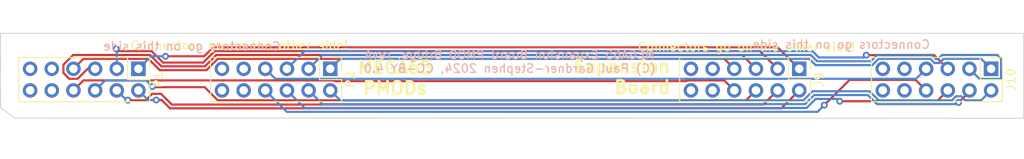
<source format=kicad_pcb>
(kicad_pcb (version 20211014) (generator pcbnew)
  (layers (0 "F.Cu" signal) (1 "In1.Cu" signal) (2 "In2.Cu" signal) (31 "B.Cu" signal) (34 "B.Paste" user) (35 "F.Paste" user) (36 "B.SilkS" user "B.Silkscreen") (37 "F.SilkS" user "F.Silkscreen") (38 "B.Mask" user) (39 "F.Mask" user) (44 "Edge.Cuts" user))
  (net 0 "")
  (net 1 "GND")
  (net 2 "+3V3")
  (net 3 "Net-(P1-Pad10)")
  (net 4 "Net-(P1-Pad4)")
  (net 5 "Net-(P1-Pad9)")
  (net 6 "Net-(P1-Pad3)")
  (net 7 "Net-(P1-Pad8)")
  (net 8 "Net-(P1-Pad2)")
  (net 9 "Net-(P1-Pad7)")
  (net 10 "Net-(P1-Pad1)")
  (net 11 "Net-(P2-Pad10)")
  (net 12 "Net-(P2-Pad4)")
  (net 13 "Net-(P2-Pad9)")
  (net 14 "Net-(P2-Pad3)")
  (net 15 "Net-(P2-Pad8)")
  (net 16 "Net-(P2-Pad2)")
  (net 17 "Net-(P2-Pad7)")
  (net 18 "Net-(P2-Pad1)")
  (footprint "Connector_PinHeader_2.54mm:PinHeader_2x06_P2.54mm_Vertical" (layer "F.Cu") (at 136.18 27.175 -90)
    (fp_text reference "J10" (at 1.27 -2.33 90) (layer "F.SilkS"))
    (fp_text value "Conn_02x06_Top_Bottom")
    (fp_line (start -1.33 0) (end -1.33 -1.33) (layer "F.SilkS") (width 0.12))
    (fp_line (start -1.33 14.03) (end 3.87 14.03) (layer "F.SilkS") (width 0.12))
    (fp_line (start -1.33 -1.33) (end 0 -1.33) (layer "F.SilkS") (width 0.12))
    (fp_line (start -1.33 1.27) (end 1.27 1.27) (layer "F.SilkS") (width 0.12))
    (fp_line (start 3.87 -1.33) (end 3.87 14.03) (layer "F.SilkS") (width 0.12))
    (fp_line (start -1.33 1.27) (end -1.33 14.03) (layer "F.SilkS") (width 0.12))
    (fp_line (start 1.27 -1.33) (end 3.87 -1.33) (layer "F.SilkS") (width 0.12))
    (fp_line (start 1.27 1.27) (end 1.27 -1.33) (layer "F.SilkS") (width 0.12))
    (pad "1" thru_hole rect (at 0 0 270) (size 1.7 1.7) (drill 1) (layers *.Cu *.Mask) (net 18 "Net-(P2-Pad1)"))
    (pad "2" thru_hole oval (at 0 2.54 270) (size 1.7 1.7) (drill 1) (layers *.Cu *.Mask) (net 16 "Net-(P2-Pad2)"))
    (pad "3" thru_hole oval (at 0 5.08 270) (size 1.7 1.7) (drill 1) (layers *.Cu *.Mask) (net 14 "Net-(P2-Pad3)"))
    (pad "4" thru_hole oval (at 0 7.62 270) (size 1.7 1.7) (drill 1) (layers *.Cu *.Mask) (net 12 "Net-(P2-Pad4)"))
    (pad "5" thru_hole oval (at 0 10.16 270) (size 1.7 1.7) (drill 1) (layers *.Cu *.Mask) (net 1 "GND"))
    (pad "6" thru_hole oval (at 0 12.7 270) (size 1.7 1.7) (drill 1) (layers *.Cu *.Mask) (net 2 "+3V3"))
    (pad "7" thru_hole oval (at 2.54 0 270) (size 1.7 1.7) (drill 1) (layers *.Cu *.Mask) (net 17 "Net-(P2-Pad7)"))
    (pad "8" thru_hole oval (at 2.54 2.54 270) (size 1.7 1.7) (drill 1) (layers *.Cu *.Mask) (net 15 "Net-(P2-Pad8)"))
    (pad "9" thru_hole oval (at 2.54 5.08 270) (size 1.7 1.7) (drill 1) (layers *.Cu *.Mask) (net 13 "Net-(P2-Pad9)"))
    (pad "10" thru_hole oval (at 2.54 7.62 270) (size 1.7 1.7) (drill 1) (layers *.Cu *.Mask) (net 11 "Net-(P2-Pad10)"))
    (pad "11" thru_hole oval (at 2.54 10.16 270) (size 1.7 1.7) (drill 1) (layers *.Cu *.Mask) (net 1 "GND"))
    (pad "12" thru_hole oval (at 2.54 12.7 270) (size 1.7 1.7) (drill 1) (layers *.Cu *.Mask) (net 2 "+3V3"))
  )
  (footprint "Connector_PinHeader_2.54mm:PinHeader_2x06_P2.54mm_Vertical" (layer "F.Cu") (at 58.68 27.175 -90)
    (fp_text reference "P2" (at 1.27 -2.33 -90) (layer "F.SilkS"))
    (fp_text value "Conn_02x06_Top_Bottom")
    (fp_line (start -1.33 0) (end -1.33 -1.33) (layer "F.SilkS") (width 0.12))
    (fp_line (start -1.33 14.03) (end 3.87 14.03) (layer "F.SilkS") (width 0.12))
    (fp_line (start 3.87 -1.33) (end 3.87 14.03) (layer "F.SilkS") (width 0.12))
    (fp_line (start -1.33 1.27) (end 1.27 1.27) (layer "F.SilkS") (width 0.12))
    (fp_line (start 1.27 -1.33) (end 3.87 -1.33) (layer "F.SilkS") (width 0.12))
    (fp_line (start -1.33 1.27) (end -1.33 14.03) (layer "F.SilkS") (width 0.12))
    (fp_line (start 1.27 1.27) (end 1.27 -1.33) (layer "F.SilkS") (width 0.12))
    (fp_line (start -1.33 -1.33) (end 0 -1.33) (layer "F.SilkS") (width 0.12))
    (pad "1" thru_hole rect (at 0 0 270) (size 1.7 1.7) (drill 1) (layers *.Cu *.Mask) (net 18 "Net-(P2-Pad1)"))
    (pad "2" thru_hole oval (at 0 2.54 270) (size 1.7 1.7) (drill 1) (layers *.Cu *.Mask) (net 16 "Net-(P2-Pad2)"))
    (pad "3" thru_hole oval (at 0 5.08 270) (size 1.7 1.7) (drill 1) (layers *.Cu *.Mask) (net 14 "Net-(P2-Pad3)"))
    (pad "4" thru_hole oval (at 0 7.62 270) (size 1.7 1.7) (drill 1) (layers *.Cu *.Mask) (net 12 "Net-(P2-Pad4)"))
    (pad "5" thru_hole oval (at 0 10.16 270) (size 1.7 1.7) (drill 1) (layers *.Cu *.Mask) (net 1 "GND"))
    (pad "6" thru_hole oval (at 0 12.7 270) (size 1.7 1.7) (drill 1) (layers *.Cu *.Mask) (net 2 "+3V3"))
    (pad "7" thru_hole oval (at 2.54 0 270) (size 1.7 1.7) (drill 1) (layers *.Cu *.Mask) (net 17 "Net-(P2-Pad7)"))
    (pad "8" thru_hole oval (at 2.54 2.54 270) (size 1.7 1.7) (drill 1) (layers *.Cu *.Mask) (net 15 "Net-(P2-Pad8)"))
    (pad "9" thru_hole oval (at 2.54 5.08 270) (size 1.7 1.7) (drill 1) (layers *.Cu *.Mask) (net 13 "Net-(P2-Pad9)"))
    (pad "10" thru_hole oval (at 2.54 7.62 270) (size 1.7 1.7) (drill 1) (layers *.Cu *.Mask) (net 11 "Net-(P2-Pad10)"))
    (pad "11" thru_hole oval (at 2.54 10.16 270) (size 1.7 1.7) (drill 1) (layers *.Cu *.Mask) (net 1 "GND"))
    (pad "12" thru_hole oval (at 2.54 12.7 270) (size 1.7 1.7) (drill 1) (layers *.Cu *.Mask) (net 2 "+3V3"))
  )
  (footprint "Connector_PinHeader_2.54mm:PinHeader_2x06_P2.54mm_Vertical" (layer "F.Cu") (at 36.18 27.175 -90)
    (fp_text reference "P1" (at 1.27 -2.33 -90) (layer "F.SilkS"))
    (fp_text value "Conn_02x06_Top_Bottom")
    (fp_line (start -1.33 -1.33) (end 0 -1.33) (layer "F.SilkS") (width 0.12))
    (fp_line (start -1.33 1.27) (end -1.33 14.03) (layer "F.SilkS") (width 0.12))
    (fp_line (start -1.33 14.03) (end 3.87 14.03) (layer "F.SilkS") (width 0.12))
    (fp_line (start 1.27 1.27) (end 1.27 -1.33) (layer "F.SilkS") (width 0.12))
    (fp_line (start 3.87 -1.33) (end 3.87 14.03) (layer "F.SilkS") (width 0.12))
    (fp_line (start 1.27 -1.33) (end 3.87 -1.33) (layer "F.SilkS") (width 0.12))
    (fp_line (start -1.33 1.27) (end 1.27 1.27) (layer "F.SilkS") (width 0.12))
    (fp_line (start -1.33 0) (end -1.33 -1.33) (layer "F.SilkS") (width 0.12))
    (pad "1" thru_hole rect (at 0 0 270) (size 1.7 1.7) (drill 1) (layers *.Cu *.Mask) (net 10 "Net-(P1-Pad1)"))
    (pad "2" thru_hole oval (at 0 2.54 270) (size 1.7 1.7) (drill 1) (layers *.Cu *.Mask) (net 8 "Net-(P1-Pad2)"))
    (pad "3" thru_hole oval (at 0 5.08 270) (size 1.7 1.7) (drill 1) (layers *.Cu *.Mask) (net 6 "Net-(P1-Pad3)"))
    (pad "4" thru_hole oval (at 0 7.62 270) (size 1.7 1.7) (drill 1) (layers *.Cu *.Mask) (net 4 "Net-(P1-Pad4)"))
    (pad "5" thru_hole oval (at 0 10.16 270) (size 1.7 1.7) (drill 1) (layers *.Cu *.Mask) (net 1 "GND"))
    (pad "6" thru_hole oval (at 0 12.7 270) (size 1.7 1.7) (drill 1) (layers *.Cu *.Mask) (net 2 "+3V3"))
    (pad "7" thru_hole oval (at 2.54 0 270) (size 1.7 1.7) (drill 1) (layers *.Cu *.Mask) (net 9 "Net-(P1-Pad7)"))
    (pad "8" thru_hole oval (at 2.54 2.54 270) (size 1.7 1.7) (drill 1) (layers *.Cu *.Mask) (net 7 "Net-(P1-Pad8)"))
    (pad "9" thru_hole oval (at 2.54 5.08 270) (size 1.7 1.7) (drill 1) (layers *.Cu *.Mask) (net 5 "Net-(P1-Pad9)"))
    (pad "10" thru_hole oval (at 2.54 7.62 270) (size 1.7 1.7) (drill 1) (layers *.Cu *.Mask) (net 3 "Net-(P1-Pad10)"))
    (pad "11" thru_hole oval (at 2.54 10.16 270) (size 1.7 1.7) (drill 1) (layers *.Cu *.Mask) (net 1 "GND"))
    (pad "12" thru_hole oval (at 2.54 12.7 270) (size 1.7 1.7) (drill 1) (layers *.Cu *.Mask) (net 2 "+3V3"))
  )
  (footprint "Connector_PinHeader_2.54mm:PinHeader_2x06_P2.54mm_Vertical" (layer "F.Cu") (at 113.68 27.175 -90)
    (fp_text reference "J9" (at 1.27 -2.33 -90) (layer "F.SilkS"))
    (fp_text value "Conn_02x06_Top_Bottom")
    (fp_line (start -1.33 1.27) (end 1.27 1.27) (layer "F.SilkS") (width 0.12))
    (fp_line (start 1.27 1.27) (end 1.27 -1.33) (layer "F.SilkS") (width 0.12))
    (fp_line (start -1.33 14.03) (end 3.87 14.03) (layer "F.SilkS") (width 0.12))
    (fp_line (start -1.33 0) (end -1.33 -1.33) (layer "F.SilkS") (width 0.12))
    (fp_line (start -1.33 1.27) (end -1.33 14.03) (layer "F.SilkS") (width 0.12))
    (fp_line (start 3.87 -1.33) (end 3.87 14.03) (layer "F.SilkS") (width 0.12))
    (fp_line (start 1.27 -1.33) (end 3.87 -1.33) (layer "F.SilkS") (width 0.12))
    (fp_line (start -1.33 -1.33) (end 0 -1.33) (layer "F.SilkS") (width 0.12))
    (pad "1" thru_hole rect (at 0 0 270) (size 1.7 1.7) (drill 1) (layers *.Cu *.Mask) (net 10 "Net-(P1-Pad1)"))
    (pad "2" thru_hole oval (at 0 2.54 270) (size 1.7 1.7) (drill 1) (layers *.Cu *.Mask) (net 8 "Net-(P1-Pad2)"))
    (pad "3" thru_hole oval (at 0 5.08 270) (size 1.7 1.7) (drill 1) (layers *.Cu *.Mask) (net 6 "Net-(P1-Pad3)"))
    (pad "4" thru_hole oval (at 0 7.62 270) (size 1.7 1.7) (drill 1) (layers *.Cu *.Mask) (net 4 "Net-(P1-Pad4)"))
    (pad "5" thru_hole oval (at 0 10.16 270) (size 1.7 1.7) (drill 1) (layers *.Cu *.Mask) (net 1 "GND"))
    (pad "6" thru_hole oval (at 0 12.7 270) (size 1.7 1.7) (drill 1) (layers *.Cu *.Mask) (net 2 "+3V3"))
    (pad "7" thru_hole oval (at 2.54 0 270) (size 1.7 1.7) (drill 1) (layers *.Cu *.Mask) (net 9 "Net-(P1-Pad7)"))
    (pad "8" thru_hole oval (at 2.54 2.54 270) (size 1.7 1.7) (drill 1) (layers *.Cu *.Mask) (net 7 "Net-(P1-Pad8)"))
    (pad "9" thru_hole oval (at 2.54 5.08 270) (size 1.7 1.7) (drill 1) (layers *.Cu *.Mask) (net 5 "Net-(P1-Pad9)"))
    (pad "10" thru_hole oval (at 2.54 7.62 270) (size 1.7 1.7) (drill 1) (layers *.Cu *.Mask) (net 3 "Net-(P1-Pad10)"))
    (pad "11" thru_hole oval (at 2.54 10.16 270) (size 1.7 1.7) (drill 1) (layers *.Cu *.Mask) (net 1 "GND"))
    (pad "12" thru_hole oval (at 2.54 12.7 270) (size 1.7 1.7) (drill 1) (layers *.Cu *.Mask) (net 2 "+3V3"))
  )
  (gr_line (start 20 23) (end 140 23) (layer "Edge.Cuts") (width 0.1))
  (gr_line (start 19.99722 31.728905) (end 20 23) (layer "Edge.Cuts") (width 0.1))
  (gr_line (start 19.99722 31.728905) (end 21.660053 32.968983) (layer "Edge.Cuts") (width 0.1))
  (gr_line (start 140 23) (end 140 33) (layer "Edge.Cuts") (width 0.1))
  (gr_line (start 140 33) (end 21.660053 32.968983) (layer "Edge.Cuts") (width 0.1))
  (gr_text "Connectors go on this side" (at 42.46 24.51) (layer "B.SilkS") (effects (font (size 1 1)) (justify mirror)))
  (gr_text "MEGA65 Expansion Board PMOD Bridge, revA\n(C) Paul Gardner-Stephen 2024, CC-BY 4.0" (at 79.72 26.33) (layer "B.SilkS") (effects (font (size 1 1)) (justify mirror)))
  (gr_text "Connectors go on this side" (at 118.6 24.31) (layer "B.SilkS") (effects (font (size 1 1)) (justify mirror)))
  (gr_text "MEGA65\nPMODs" (at 66.29 28.25) (layer "F.SilkS") (effects (font (size 1.5 1.5) (thickness 0.3))))
  (gr_text "Connectors go on the other side!" (at 107.49 24.61) (layer "F.SilkS") (effects (font (size 1 1))))
  (gr_text "Connectors go on the other side!" (at 48.01 24.41) (layer "F.SilkS") (effects (font (size 1 1))))
  (gr_text "Expansion\nBoard" (at 98.71 28.14) (layer "F.SilkS") (effects (font (size 1.5 1.5) (thickness 0.3)) (justify right)))
  (segment (start 100.40399 28.63) (end 59.25601 28.63) (width 0.25) (layer "F.Cu") (net 3))
  (segment (start 59.166499 28.540489) (end 29.734511 28.540489) (width 0.25) (layer "F.Cu") (net 3))
  (segment (start 106.06 29.715) (end 104.885489 28.540489) (width 0.25) (layer "F.Cu") (net 3))
  (segment (start 59.25601 28.63) (end 59.166499 28.540489) (width 0.25) (layer "F.Cu") (net 3))
  (segment (start 100.493501 28.540489) (end 100.40399 28.63) (width 0.25) (layer "F.Cu") (net 3))
  (segment (start 29.734511 28.540489) (end 28.56 29.715) (width 0.25) (layer "F.Cu") (net 3))
  (segment (start 104.885489 28.540489) (end 100.493501 28.540489) (width 0.25) (layer "F.Cu") (net 3))
  (segment (start 44.15399 27.34) (end 45.493501 26.000489) (width 0.25) (layer "F.Cu") (net 4))
  (segment (start 45.493501 26.000489) (end 104.885489 26.000489) (width 0.25) (layer "F.Cu") (net 4))
  (segment (start 29.734511 26.000489) (end 37.354511 26.000489) (width 0.25) (layer "F.Cu") (net 4))
  (segment (start 104.885489 26.000489) (end 106.06 27.175) (width 0.25) (layer "F.Cu") (net 4))
  (segment (start 28.56 27.175) (end 29.734511 26.000489) (width 0.25) (layer "F.Cu") (net 4))
  (segment (start 37.354511 26.000489) (end 38.694022 27.34) (width 0.25) (layer "F.Cu") (net 4))
  (segment (start 38.694022 27.34) (end 44.15399 27.34) (width 0.25) (layer "F.Cu") (net 4))
  (segment (start 43.94399 29.34) (end 45.493501 30.889511) (width 0.25) (layer "F.Cu") (net 5))
  (segment (start 45.493501 30.889511) (end 107.425489 30.889511) (width 0.25) (layer "F.Cu") (net 5))
  (segment (start 37.885011 29.34) (end 43.94399 29.34) (width 0.25) (layer "F.Cu") (net 5))
  (segment (start 37.81 29.264989) (end 37.885011 29.34) (width 0.25) (layer "F.Cu") (net 5))
  (segment (start 107.425489 30.889511) (end 108.6 29.715) (width 0.25) (layer "F.Cu") (net 5))
  (via (at 37.81 29.264989) (size 0.8) (drill 0.4) (layers "F.Cu" "B.Cu") (net 5))
  (segment (start 37.0855 28.540489) (end 32.274511 28.540489) (width 0.25) (layer "B.Cu") (net 5))
  (segment (start 32.274511 28.540489) (end 31.1 29.715) (width 0.25) (layer "B.Cu") (net 5))
  (segment (start 37.81 29.264989) (end 37.0855 28.540489) (width 0.25) (layer "B.Cu") (net 5))
  (segment (start 28.073501 28.349511) (end 29.046499 28.349511) (width 0.25) (layer "F.Cu") (net 6))
  (segment (start 27.385489 26.688501) (end 27.385489 27.661499) (width 0.25) (layer "F.Cu") (net 6))
  (segment (start 30.22101 27.175) (end 31.1 27.175) (width 0.25) (layer "F.Cu") (net 6))
  (segment (start 37.540709 25.550969) (end 28.523021 25.550969) (width 0.25) (layer "F.Cu") (net 6))
  (segment (start 43.967792 26.89048) (end 38.88022 26.89048) (width 0.25) (layer "F.Cu") (net 6))
  (segment (start 38.88022 26.89048) (end 37.540709 25.550969) (width 0.25) (layer "F.Cu") (net 6))
  (segment (start 29.046499 28.349511) (end 30.22101 27.175) (width 0.25) (layer "F.Cu") (net 6))
  (segment (start 27.385489 27.661499) (end 28.073501 28.349511) (width 0.25) (layer "F.Cu") (net 6))
  (segment (start 45.307303 25.550969) (end 43.967792 26.89048) (width 0.25) (layer "F.Cu") (net 6))
  (segment (start 28.523021 25.550969) (end 27.385489 26.688501) (width 0.25) (layer "F.Cu") (net 6))
  (segment (start 108.6 27.175) (end 106.975969 25.550969) (width 0.25) (layer "F.Cu") (net 6))
  (segment (start 106.975969 25.550969) (end 45.307303 25.550969) (width 0.25) (layer "F.Cu") (net 6))
  (segment (start 40.08952 31.37952) (end 109.47548 31.37952) (width 0.25) (layer "F.Cu") (net 7))
  (segment (start 34.95 30.86) (end 35.312759 30.86) (width 0.25) (layer "F.Cu") (net 7))
  (segment (start 37.020489 30.889511) (end 37.78741 30.12259) (width 0.25) (layer "F.Cu") (net 7))
  (segment (start 35.312759 30.86) (end 35.34227 30.889511) (width 0.25) (layer "F.Cu") (net 7))
  (segment (start 38.83259 30.12259) (end 40.08952 31.37952) (width 0.25) (layer "F.Cu") (net 7))
  (segment (start 35.34227 30.889511) (end 37.020489 30.889511) (width 0.25) (layer "F.Cu") (net 7))
  (segment (start 37.78741 30.12259) (end 38.83259 30.12259) (width 0.25) (layer "F.Cu") (net 7))
  (segment (start 109.47548 31.37952) (end 111.14 29.715) (width 0.25) (layer "F.Cu") (net 7))
  (via (at 34.95 30.86) (size 0.8) (drill 0.4) (layers "F.Cu" "B.Cu") (net 7))
  (segment (start 34.785 30.86) (end 33.64 29.715) (width 0.25) (layer "B.Cu") (net 7))
  (segment (start 34.95 30.86) (end 34.785 30.86) (width 0.25) (layer "B.Cu") (net 7))
  (segment (start 45.121106 25.101449) (end 109.066449 25.101449) (width 0.25) (layer "F.Cu") (net 8))
  (segment (start 43.781594 26.44096) (end 45.121106 25.101449) (width 0.25) (layer "F.Cu") (net 8))
  (segment (start 109.066449 25.101449) (end 111.14 27.175) (width 0.25) (layer "F.Cu") (net 8))
  (segment (start 33.85498 25.101449) (end 37.726907 25.101449) (width 0.25) (layer "F.Cu") (net 8))
  (segment (start 37.726907 25.101449) (end 39.066418 26.44096) (width 0.25) (layer "F.Cu") (net 8))
  (segment (start 33.58 24.826469) (end 33.85498 25.101449) (width 0.25) (layer "F.Cu") (net 8))
  (segment (start 39.066418 26.44096) (end 43.781594 26.44096) (width 0.25) (layer "F.Cu") (net 8))
  (via (at 33.58 24.826469) (size 0.8) (drill 0.4) (layers "F.Cu" "B.Cu") (net 8))
  (segment (start 33.64 24.886469) (end 33.64 27.175) (width 0.25) (layer "B.Cu") (net 8))
  (segment (start 33.58 24.826469) (end 33.64 24.886469) (width 0.25) (layer "B.Cu") (net 8))
  (segment (start 38.277101 30.847101) (end 38.905455 30.847101) (width 0.25) (layer "F.Cu") (net 9))
  (segment (start 111.56596 31.82904) (end 113.68 29.715) (width 0.25) (layer "F.Cu") (net 9))
  (segment (start 39.887394 31.82904) (end 111.56596 31.82904) (width 0.25) (layer "F.Cu") (net 9))
  (segment (start 38.905455 30.847101) (end 39.887394 31.82904) (width 0.25) (layer "F.Cu") (net 9))
  (via (at 38.277101 30.847101) (size 0.8) (drill 0.4) (layers "F.Cu" "B.Cu") (net 9))
  (segment (start 38.277101 30.847101) (end 37.312101 30.847101) (width 0.25) (layer "B.Cu") (net 9))
  (segment (start 37.312101 30.847101) (end 36.18 29.715) (width 0.25) (layer "B.Cu") (net 9))
  (segment (start 43.881864 25.704972) (end 44.934908 24.651929) (width 0.25) (layer "F.Cu") (net 10))
  (segment (start 39.355028 25.704972) (end 43.881864 25.704972) (width 0.25) (layer "F.Cu") (net 10))
  (segment (start 44.934908 24.651929) (end 111.156929 24.651929) (width 0.25) (layer "F.Cu") (net 10))
  (segment (start 111.156929 24.651929) (end 113.68 27.175) (width 0.25) (layer "F.Cu") (net 10))
  (via (at 39.355028 25.704972) (size 0.8) (drill 0.4) (layers "F.Cu" "B.Cu") (net 10))
  (segment (start 37.650028 25.704972) (end 36.18 27.175) (width 0.25) (layer "B.Cu") (net 10))
  (segment (start 39.355028 25.704972) (end 37.650028 25.704972) (width 0.25) (layer "B.Cu") (net 10))
  (segment (start 127.325 28.48) (end 128.56 29.715) (width 0.25) (layer "F.Cu") (net 11))
  (segment (start 116.62 31.44354) (end 119.58354 28.48) (width 0.25) (layer "F.Cu") (net 11))
  (segment (start 119.58354 28.48) (end 127.325 28.48) (width 0.25) (layer "F.Cu") (net 11))
  (via (at 116.62 31.44354) (size 0.8) (drill 0.4) (layers "F.Cu" "B.Cu") (net 11))
  (segment (start 53.583071 32.238071) (end 51.06 29.715) (width 0.25) (layer "B.Cu") (net 11))
  (segment (start 116.62 31.44354) (end 115.825469 32.238071) (width 0.25) (layer "B.Cu") (net 11))
  (segment (start 115.825469 32.238071) (end 53.583071 32.238071) (width 0.25) (layer "B.Cu") (net 11))
  (segment (start 52.234511 28.349511) (end 51.06 27.175) (width 0.25) (layer "B.Cu") (net 12))
  (segment (start 128.56 27.175) (end 127.385489 28.349511) (width 0.25) (layer "B.Cu") (net 12))
  (segment (start 127.385489 28.349511) (end 52.234511 28.349511) (width 0.25) (layer "B.Cu") (net 12))
  (segment (start 129.82098 30.99402) (end 131.1 29.715) (width 0.25) (layer "F.Cu") (net 13))
  (segment (start 118.43 30.99402) (end 129.82098 30.99402) (width 0.25) (layer "F.Cu") (net 13))
  (via (at 118.43 30.99402) (size 0.8) (drill 0.4) (layers "F.Cu" "B.Cu") (net 13))
  (segment (start 55.673551 31.788551) (end 53.6 29.715) (width 0.25) (layer "B.Cu") (net 13))
  (segment (start 115.608405 30.71904) (end 114.538893 31.788551) (width 0.25) (layer "B.Cu") (net 13))
  (segment (start 118.43 30.99402) (end 118.15502 30.71904) (width 0.25) (layer "B.Cu") (net 13))
  (segment (start 118.15502 30.71904) (end 115.608405 30.71904) (width 0.25) (layer "B.Cu") (net 13))
  (segment (start 114.538893 31.788551) (end 55.673551 31.788551) (width 0.25) (layer "B.Cu") (net 13))
  (segment (start 121.54 25.56598) (end 129.49098 25.56598) (width 0.25) (layer "F.Cu") (net 14))
  (segment (start 129.49098 25.56598) (end 131.1 27.175) (width 0.25) (layer "F.Cu") (net 14))
  (via (at 121.54 25.56598) (size 0.8) (drill 0.4) (layers "F.Cu" "B.Cu") (net 14))
  (segment (start 121.26502 25.84096) (end 115.966418 25.84096) (width 0.25) (layer "B.Cu") (net 14))
  (segment (start 115.966418 25.84096) (end 115.226907 25.101449) (width 0.25) (layer "B.Cu") (net 14))
  (segment (start 115.226907 25.101449) (end 55.673551 25.101449) (width 0.25) (layer "B.Cu") (net 14))
  (segment (start 121.54 25.56598) (end 121.26502 25.84096) (width 0.25) (layer "B.Cu") (net 14))
  (segment (start 55.673551 25.101449) (end 53.6 27.175) (width 0.25) (layer "B.Cu") (net 14))
  (segment (start 133.64 29.864499) (end 133.64 29.715) (width 0.25) (layer "F.Cu") (net 15))
  (segment (start 132.369999 31.1345) (end 133.64 29.864499) (width 0.25) (layer "F.Cu") (net 15))
  (via (at 132.369999 31.1345) (size 0.8) (drill 0.4) (layers "F.Cu" "B.Cu") (net 15))
  (segment (start 115.422208 30.26952) (end 114.352696 31.339031) (width 0.25) (layer "B.Cu") (net 15))
  (segment (start 114.352696 31.339031) (end 57.764031 31.339031) (width 0.25) (layer "B.Cu") (net 15))
  (segment (start 132.369999 31.1345) (end 132.165468 31.339031) (width 0.25) (layer "B.Cu") (net 15))
  (segment (start 132.165468 31.339031) (end 122.807303 31.339031) (width 0.25) (layer "B.Cu") (net 15))
  (segment (start 122.807303 31.339031) (end 121.737792 30.26952) (width 0.25) (layer "B.Cu") (net 15))
  (segment (start 57.764031 31.339031) (end 56.14 29.715) (width 0.25) (layer "B.Cu") (net 15))
  (segment (start 121.737792 30.26952) (end 115.422208 30.26952) (width 0.25) (layer "B.Cu") (net 15))
  (segment (start 129.937792 26.04048) (end 130.427304 25.550969) (width 0.25) (layer "B.Cu") (net 16))
  (segment (start 137.354511 28.295489) (end 137.29 28.36) (width 0.25) (layer "B.Cu") (net 16))
  (segment (start 122.067792 26.29048) (end 122.807304 25.550969) (width 0.25) (layer "B.Cu") (net 16))
  (segment (start 115.78022 26.29048) (end 122.067792 26.29048) (width 0.25) (layer "B.Cu") (net 16))
  (segment (start 122.807304 25.550969) (end 129.232697 25.550969) (width 0.25) (layer "B.Cu") (net 16))
  (segment (start 129.232697 25.550969) (end 129.722208 26.04048) (width 0.25) (layer "B.Cu") (net 16))
  (segment (start 130.427304 25.550969) (end 136.904991 25.550969) (width 0.25) (layer "B.Cu") (net 16))
  (segment (start 129.722208 26.04048) (end 129.937792 26.04048) (width 0.25) (layer "B.Cu") (net 16))
  (segment (start 137.354511 26.000489) (end 137.354511 28.295489) (width 0.25) (layer "B.Cu") (net 16))
  (segment (start 137.29 28.36) (end 134.825 28.36) (width 0.25) (layer "B.Cu") (net 16))
  (segment (start 57.764031 25.550969) (end 115.040709 25.550969) (width 0.25) (layer "B.Cu") (net 16))
  (segment (start 115.040709 25.550969) (end 115.78022 26.29048) (width 0.25) (layer "B.Cu") (net 16))
  (segment (start 134.825 28.36) (end 133.64 27.175) (width 0.25) (layer "B.Cu") (net 16))
  (segment (start 56.14 27.175) (end 57.764031 25.550969) (width 0.25) (layer "B.Cu") (net 16))
  (segment (start 136.904991 25.550969) (end 137.354511 26.000489) (width 0.25) (layer "B.Cu") (net 16))
  (segment (start 122.993501 30.889511) (end 131.586499 30.889511) (width 0.25) (layer "B.Cu") (net 17))
  (segment (start 115.23601 29.82) (end 121.92399 29.82) (width 0.25) (layer "B.Cu") (net 17))
  (segment (start 114.166499 30.889511) (end 115.23601 29.82) (width 0.25) (layer "B.Cu") (net 17))
  (segment (start 131.586499 30.889511) (end 132.06601 30.41) (width 0.25) (layer "B.Cu") (net 17))
  (segment (start 59.854511 30.889511) (end 114.166499 30.889511) (width 0.25) (layer "B.Cu") (net 17))
  (segment (start 58.68 29.715) (end 59.854511 30.889511) (width 0.25) (layer "B.Cu") (net 17))
  (segment (start 133.153501 30.889511) (end 135.005489 30.889511) (width 0.25) (layer "B.Cu") (net 17))
  (segment (start 132.06601 30.41) (end 132.67399 30.41) (width 0.25) (layer "B.Cu") (net 17))
  (segment (start 121.92399 29.82) (end 122.993501 30.889511) (width 0.25) (layer "B.Cu") (net 17))
  (segment (start 132.67399 30.41) (end 133.153501 30.889511) (width 0.25) (layer "B.Cu") (net 17))
  (segment (start 135.005489 30.889511) (end 136.18 29.715) (width 0.25) (layer "B.Cu") (net 17))
  (segment (start 129.53601 26.49) (end 130.12399 26.49) (width 0.25) (layer "B.Cu") (net 18))
  (segment (start 129.046499 26.000489) (end 129.53601 26.49) (width 0.25) (layer "B.Cu") (net 18))
  (segment (start 59.854511 26.000489) (end 114.854511 26.000489) (width 0.25) (layer "B.Cu") (net 18))
  (segment (start 130.12399 26.49) (end 130.613501 26.000489) (width 0.25) (layer "B.Cu") (net 18))
  (segment (start 115.594022 26.74) (end 122.25399 26.74) (width 0.25) (layer "B.Cu") (net 18))
  (segment (start 58.68 27.175) (end 59.854511 26.000489) (width 0.25) (layer "B.Cu") (net 18))
  (segment (start 122.993501 26.000489) (end 129.046499 26.000489) (width 0.25) (layer "B.Cu") (net 18))
  (segment (start 122.25399 26.74) (end 122.993501 26.000489) (width 0.25) (layer "B.Cu") (net 18))
  (segment (start 130.613501 26.000489) (end 135.005489 26.000489) (width 0.25) (layer "B.Cu") (net 18))
  (segment (start 114.854511 26.000489) (end 115.594022 26.74) (width 0.25) (layer "B.Cu") (net 18))
  (segment (start 135.005489 26.000489) (end 136.18 27.175) (width 0.25) (layer "B.Cu") (net 18))
)
</source>
